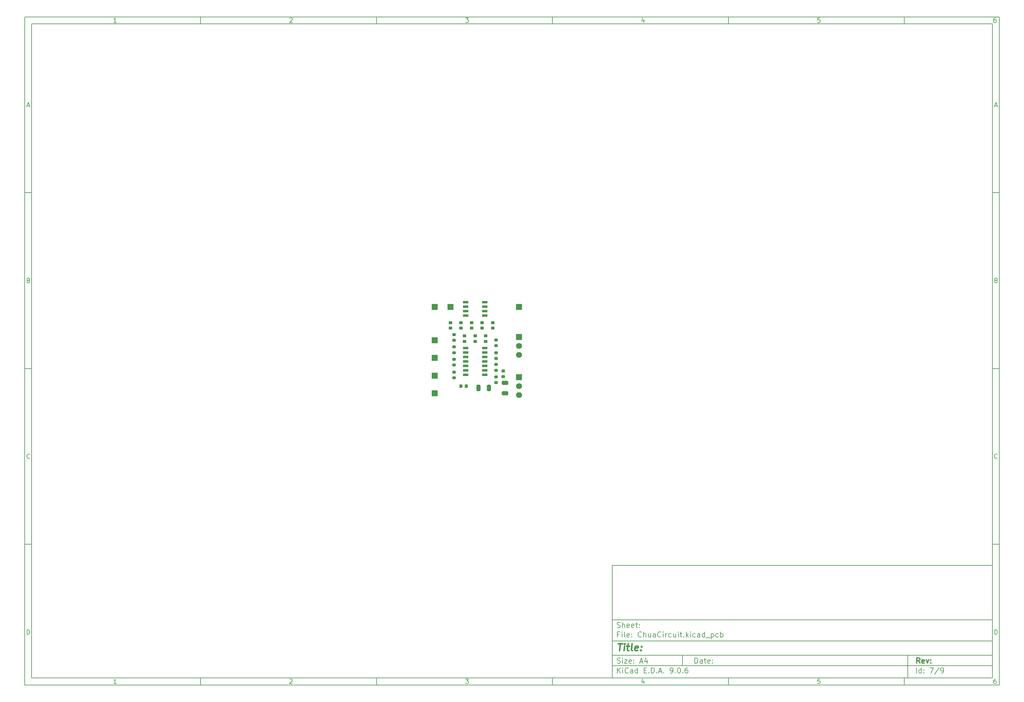
<source format=gts>
%TF.GenerationSoftware,KiCad,Pcbnew,9.0.6*%
%TF.CreationDate,2025-11-23T22:05:43-07:00*%
%TF.ProjectId,ChuaCircuit,43687561-4369-4726-9375-69742e6b6963,rev?*%
%TF.SameCoordinates,Original*%
%TF.FileFunction,Soldermask,Top*%
%TF.FilePolarity,Negative*%
%FSLAX46Y46*%
G04 Gerber Fmt 4.6, Leading zero omitted, Abs format (unit mm)*
G04 Created by KiCad (PCBNEW 9.0.6) date 2025-11-23 22:05:43*
%MOMM*%
%LPD*%
G01*
G04 APERTURE LIST*
G04 Aperture macros list*
%AMRoundRect*
0 Rectangle with rounded corners*
0 $1 Rounding radius*
0 $2 $3 $4 $5 $6 $7 $8 $9 X,Y pos of 4 corners*
0 Add a 4 corners polygon primitive as box body*
4,1,4,$2,$3,$4,$5,$6,$7,$8,$9,$2,$3,0*
0 Add four circle primitives for the rounded corners*
1,1,$1+$1,$2,$3*
1,1,$1+$1,$4,$5*
1,1,$1+$1,$6,$7*
1,1,$1+$1,$8,$9*
0 Add four rect primitives between the rounded corners*
20,1,$1+$1,$2,$3,$4,$5,0*
20,1,$1+$1,$4,$5,$6,$7,0*
20,1,$1+$1,$6,$7,$8,$9,0*
20,1,$1+$1,$8,$9,$2,$3,0*%
G04 Aperture macros list end*
%ADD10C,0.100000*%
%ADD11C,0.150000*%
%ADD12C,0.300000*%
%ADD13C,0.400000*%
%ADD14R,1.525000X0.650000*%
%ADD15R,1.700000X1.700000*%
%ADD16R,1.525000X0.700000*%
%ADD17RoundRect,0.225000X0.250000X-0.225000X0.250000X0.225000X-0.250000X0.225000X-0.250000X-0.225000X0*%
%ADD18RoundRect,0.200000X-0.275000X0.200000X-0.275000X-0.200000X0.275000X-0.200000X0.275000X0.200000X0*%
%ADD19RoundRect,0.200000X0.275000X-0.200000X0.275000X0.200000X-0.275000X0.200000X-0.275000X-0.200000X0*%
%ADD20RoundRect,0.250000X-0.325000X-0.650000X0.325000X-0.650000X0.325000X0.650000X-0.325000X0.650000X0*%
%ADD21C,1.700000*%
%ADD22RoundRect,0.225000X-0.225000X-0.250000X0.225000X-0.250000X0.225000X0.250000X-0.225000X0.250000X0*%
%ADD23RoundRect,0.250000X0.650000X-0.325000X0.650000X0.325000X-0.650000X0.325000X-0.650000X-0.325000X0*%
G04 APERTURE END LIST*
D10*
D11*
X177002200Y-166007200D02*
X285002200Y-166007200D01*
X285002200Y-198007200D01*
X177002200Y-198007200D01*
X177002200Y-166007200D01*
D10*
D11*
X10000000Y-10000000D02*
X287002200Y-10000000D01*
X287002200Y-200007200D01*
X10000000Y-200007200D01*
X10000000Y-10000000D01*
D10*
D11*
X12000000Y-12000000D02*
X285002200Y-12000000D01*
X285002200Y-198007200D01*
X12000000Y-198007200D01*
X12000000Y-12000000D01*
D10*
D11*
X60000000Y-12000000D02*
X60000000Y-10000000D01*
D10*
D11*
X110000000Y-12000000D02*
X110000000Y-10000000D01*
D10*
D11*
X160000000Y-12000000D02*
X160000000Y-10000000D01*
D10*
D11*
X210000000Y-12000000D02*
X210000000Y-10000000D01*
D10*
D11*
X260000000Y-12000000D02*
X260000000Y-10000000D01*
D10*
D11*
X36089160Y-11593604D02*
X35346303Y-11593604D01*
X35717731Y-11593604D02*
X35717731Y-10293604D01*
X35717731Y-10293604D02*
X35593922Y-10479319D01*
X35593922Y-10479319D02*
X35470112Y-10603128D01*
X35470112Y-10603128D02*
X35346303Y-10665033D01*
D10*
D11*
X85346303Y-10417414D02*
X85408207Y-10355509D01*
X85408207Y-10355509D02*
X85532017Y-10293604D01*
X85532017Y-10293604D02*
X85841541Y-10293604D01*
X85841541Y-10293604D02*
X85965350Y-10355509D01*
X85965350Y-10355509D02*
X86027255Y-10417414D01*
X86027255Y-10417414D02*
X86089160Y-10541223D01*
X86089160Y-10541223D02*
X86089160Y-10665033D01*
X86089160Y-10665033D02*
X86027255Y-10850747D01*
X86027255Y-10850747D02*
X85284398Y-11593604D01*
X85284398Y-11593604D02*
X86089160Y-11593604D01*
D10*
D11*
X135284398Y-10293604D02*
X136089160Y-10293604D01*
X136089160Y-10293604D02*
X135655826Y-10788842D01*
X135655826Y-10788842D02*
X135841541Y-10788842D01*
X135841541Y-10788842D02*
X135965350Y-10850747D01*
X135965350Y-10850747D02*
X136027255Y-10912652D01*
X136027255Y-10912652D02*
X136089160Y-11036461D01*
X136089160Y-11036461D02*
X136089160Y-11345985D01*
X136089160Y-11345985D02*
X136027255Y-11469795D01*
X136027255Y-11469795D02*
X135965350Y-11531700D01*
X135965350Y-11531700D02*
X135841541Y-11593604D01*
X135841541Y-11593604D02*
X135470112Y-11593604D01*
X135470112Y-11593604D02*
X135346303Y-11531700D01*
X135346303Y-11531700D02*
X135284398Y-11469795D01*
D10*
D11*
X185965350Y-10726938D02*
X185965350Y-11593604D01*
X185655826Y-10231700D02*
X185346303Y-11160271D01*
X185346303Y-11160271D02*
X186151064Y-11160271D01*
D10*
D11*
X236027255Y-10293604D02*
X235408207Y-10293604D01*
X235408207Y-10293604D02*
X235346303Y-10912652D01*
X235346303Y-10912652D02*
X235408207Y-10850747D01*
X235408207Y-10850747D02*
X235532017Y-10788842D01*
X235532017Y-10788842D02*
X235841541Y-10788842D01*
X235841541Y-10788842D02*
X235965350Y-10850747D01*
X235965350Y-10850747D02*
X236027255Y-10912652D01*
X236027255Y-10912652D02*
X236089160Y-11036461D01*
X236089160Y-11036461D02*
X236089160Y-11345985D01*
X236089160Y-11345985D02*
X236027255Y-11469795D01*
X236027255Y-11469795D02*
X235965350Y-11531700D01*
X235965350Y-11531700D02*
X235841541Y-11593604D01*
X235841541Y-11593604D02*
X235532017Y-11593604D01*
X235532017Y-11593604D02*
X235408207Y-11531700D01*
X235408207Y-11531700D02*
X235346303Y-11469795D01*
D10*
D11*
X285965350Y-10293604D02*
X285717731Y-10293604D01*
X285717731Y-10293604D02*
X285593922Y-10355509D01*
X285593922Y-10355509D02*
X285532017Y-10417414D01*
X285532017Y-10417414D02*
X285408207Y-10603128D01*
X285408207Y-10603128D02*
X285346303Y-10850747D01*
X285346303Y-10850747D02*
X285346303Y-11345985D01*
X285346303Y-11345985D02*
X285408207Y-11469795D01*
X285408207Y-11469795D02*
X285470112Y-11531700D01*
X285470112Y-11531700D02*
X285593922Y-11593604D01*
X285593922Y-11593604D02*
X285841541Y-11593604D01*
X285841541Y-11593604D02*
X285965350Y-11531700D01*
X285965350Y-11531700D02*
X286027255Y-11469795D01*
X286027255Y-11469795D02*
X286089160Y-11345985D01*
X286089160Y-11345985D02*
X286089160Y-11036461D01*
X286089160Y-11036461D02*
X286027255Y-10912652D01*
X286027255Y-10912652D02*
X285965350Y-10850747D01*
X285965350Y-10850747D02*
X285841541Y-10788842D01*
X285841541Y-10788842D02*
X285593922Y-10788842D01*
X285593922Y-10788842D02*
X285470112Y-10850747D01*
X285470112Y-10850747D02*
X285408207Y-10912652D01*
X285408207Y-10912652D02*
X285346303Y-11036461D01*
D10*
D11*
X60000000Y-198007200D02*
X60000000Y-200007200D01*
D10*
D11*
X110000000Y-198007200D02*
X110000000Y-200007200D01*
D10*
D11*
X160000000Y-198007200D02*
X160000000Y-200007200D01*
D10*
D11*
X210000000Y-198007200D02*
X210000000Y-200007200D01*
D10*
D11*
X260000000Y-198007200D02*
X260000000Y-200007200D01*
D10*
D11*
X36089160Y-199600804D02*
X35346303Y-199600804D01*
X35717731Y-199600804D02*
X35717731Y-198300804D01*
X35717731Y-198300804D02*
X35593922Y-198486519D01*
X35593922Y-198486519D02*
X35470112Y-198610328D01*
X35470112Y-198610328D02*
X35346303Y-198672233D01*
D10*
D11*
X85346303Y-198424614D02*
X85408207Y-198362709D01*
X85408207Y-198362709D02*
X85532017Y-198300804D01*
X85532017Y-198300804D02*
X85841541Y-198300804D01*
X85841541Y-198300804D02*
X85965350Y-198362709D01*
X85965350Y-198362709D02*
X86027255Y-198424614D01*
X86027255Y-198424614D02*
X86089160Y-198548423D01*
X86089160Y-198548423D02*
X86089160Y-198672233D01*
X86089160Y-198672233D02*
X86027255Y-198857947D01*
X86027255Y-198857947D02*
X85284398Y-199600804D01*
X85284398Y-199600804D02*
X86089160Y-199600804D01*
D10*
D11*
X135284398Y-198300804D02*
X136089160Y-198300804D01*
X136089160Y-198300804D02*
X135655826Y-198796042D01*
X135655826Y-198796042D02*
X135841541Y-198796042D01*
X135841541Y-198796042D02*
X135965350Y-198857947D01*
X135965350Y-198857947D02*
X136027255Y-198919852D01*
X136027255Y-198919852D02*
X136089160Y-199043661D01*
X136089160Y-199043661D02*
X136089160Y-199353185D01*
X136089160Y-199353185D02*
X136027255Y-199476995D01*
X136027255Y-199476995D02*
X135965350Y-199538900D01*
X135965350Y-199538900D02*
X135841541Y-199600804D01*
X135841541Y-199600804D02*
X135470112Y-199600804D01*
X135470112Y-199600804D02*
X135346303Y-199538900D01*
X135346303Y-199538900D02*
X135284398Y-199476995D01*
D10*
D11*
X185965350Y-198734138D02*
X185965350Y-199600804D01*
X185655826Y-198238900D02*
X185346303Y-199167471D01*
X185346303Y-199167471D02*
X186151064Y-199167471D01*
D10*
D11*
X236027255Y-198300804D02*
X235408207Y-198300804D01*
X235408207Y-198300804D02*
X235346303Y-198919852D01*
X235346303Y-198919852D02*
X235408207Y-198857947D01*
X235408207Y-198857947D02*
X235532017Y-198796042D01*
X235532017Y-198796042D02*
X235841541Y-198796042D01*
X235841541Y-198796042D02*
X235965350Y-198857947D01*
X235965350Y-198857947D02*
X236027255Y-198919852D01*
X236027255Y-198919852D02*
X236089160Y-199043661D01*
X236089160Y-199043661D02*
X236089160Y-199353185D01*
X236089160Y-199353185D02*
X236027255Y-199476995D01*
X236027255Y-199476995D02*
X235965350Y-199538900D01*
X235965350Y-199538900D02*
X235841541Y-199600804D01*
X235841541Y-199600804D02*
X235532017Y-199600804D01*
X235532017Y-199600804D02*
X235408207Y-199538900D01*
X235408207Y-199538900D02*
X235346303Y-199476995D01*
D10*
D11*
X285965350Y-198300804D02*
X285717731Y-198300804D01*
X285717731Y-198300804D02*
X285593922Y-198362709D01*
X285593922Y-198362709D02*
X285532017Y-198424614D01*
X285532017Y-198424614D02*
X285408207Y-198610328D01*
X285408207Y-198610328D02*
X285346303Y-198857947D01*
X285346303Y-198857947D02*
X285346303Y-199353185D01*
X285346303Y-199353185D02*
X285408207Y-199476995D01*
X285408207Y-199476995D02*
X285470112Y-199538900D01*
X285470112Y-199538900D02*
X285593922Y-199600804D01*
X285593922Y-199600804D02*
X285841541Y-199600804D01*
X285841541Y-199600804D02*
X285965350Y-199538900D01*
X285965350Y-199538900D02*
X286027255Y-199476995D01*
X286027255Y-199476995D02*
X286089160Y-199353185D01*
X286089160Y-199353185D02*
X286089160Y-199043661D01*
X286089160Y-199043661D02*
X286027255Y-198919852D01*
X286027255Y-198919852D02*
X285965350Y-198857947D01*
X285965350Y-198857947D02*
X285841541Y-198796042D01*
X285841541Y-198796042D02*
X285593922Y-198796042D01*
X285593922Y-198796042D02*
X285470112Y-198857947D01*
X285470112Y-198857947D02*
X285408207Y-198919852D01*
X285408207Y-198919852D02*
X285346303Y-199043661D01*
D10*
D11*
X10000000Y-60000000D02*
X12000000Y-60000000D01*
D10*
D11*
X10000000Y-110000000D02*
X12000000Y-110000000D01*
D10*
D11*
X10000000Y-160000000D02*
X12000000Y-160000000D01*
D10*
D11*
X10690476Y-35222176D02*
X11309523Y-35222176D01*
X10566666Y-35593604D02*
X10999999Y-34293604D01*
X10999999Y-34293604D02*
X11433333Y-35593604D01*
D10*
D11*
X11092857Y-84912652D02*
X11278571Y-84974557D01*
X11278571Y-84974557D02*
X11340476Y-85036461D01*
X11340476Y-85036461D02*
X11402380Y-85160271D01*
X11402380Y-85160271D02*
X11402380Y-85345985D01*
X11402380Y-85345985D02*
X11340476Y-85469795D01*
X11340476Y-85469795D02*
X11278571Y-85531700D01*
X11278571Y-85531700D02*
X11154761Y-85593604D01*
X11154761Y-85593604D02*
X10659523Y-85593604D01*
X10659523Y-85593604D02*
X10659523Y-84293604D01*
X10659523Y-84293604D02*
X11092857Y-84293604D01*
X11092857Y-84293604D02*
X11216666Y-84355509D01*
X11216666Y-84355509D02*
X11278571Y-84417414D01*
X11278571Y-84417414D02*
X11340476Y-84541223D01*
X11340476Y-84541223D02*
X11340476Y-84665033D01*
X11340476Y-84665033D02*
X11278571Y-84788842D01*
X11278571Y-84788842D02*
X11216666Y-84850747D01*
X11216666Y-84850747D02*
X11092857Y-84912652D01*
X11092857Y-84912652D02*
X10659523Y-84912652D01*
D10*
D11*
X11402380Y-135469795D02*
X11340476Y-135531700D01*
X11340476Y-135531700D02*
X11154761Y-135593604D01*
X11154761Y-135593604D02*
X11030952Y-135593604D01*
X11030952Y-135593604D02*
X10845238Y-135531700D01*
X10845238Y-135531700D02*
X10721428Y-135407890D01*
X10721428Y-135407890D02*
X10659523Y-135284080D01*
X10659523Y-135284080D02*
X10597619Y-135036461D01*
X10597619Y-135036461D02*
X10597619Y-134850747D01*
X10597619Y-134850747D02*
X10659523Y-134603128D01*
X10659523Y-134603128D02*
X10721428Y-134479319D01*
X10721428Y-134479319D02*
X10845238Y-134355509D01*
X10845238Y-134355509D02*
X11030952Y-134293604D01*
X11030952Y-134293604D02*
X11154761Y-134293604D01*
X11154761Y-134293604D02*
X11340476Y-134355509D01*
X11340476Y-134355509D02*
X11402380Y-134417414D01*
D10*
D11*
X10659523Y-185593604D02*
X10659523Y-184293604D01*
X10659523Y-184293604D02*
X10969047Y-184293604D01*
X10969047Y-184293604D02*
X11154761Y-184355509D01*
X11154761Y-184355509D02*
X11278571Y-184479319D01*
X11278571Y-184479319D02*
X11340476Y-184603128D01*
X11340476Y-184603128D02*
X11402380Y-184850747D01*
X11402380Y-184850747D02*
X11402380Y-185036461D01*
X11402380Y-185036461D02*
X11340476Y-185284080D01*
X11340476Y-185284080D02*
X11278571Y-185407890D01*
X11278571Y-185407890D02*
X11154761Y-185531700D01*
X11154761Y-185531700D02*
X10969047Y-185593604D01*
X10969047Y-185593604D02*
X10659523Y-185593604D01*
D10*
D11*
X287002200Y-60000000D02*
X285002200Y-60000000D01*
D10*
D11*
X287002200Y-110000000D02*
X285002200Y-110000000D01*
D10*
D11*
X287002200Y-160000000D02*
X285002200Y-160000000D01*
D10*
D11*
X285692676Y-35222176D02*
X286311723Y-35222176D01*
X285568866Y-35593604D02*
X286002199Y-34293604D01*
X286002199Y-34293604D02*
X286435533Y-35593604D01*
D10*
D11*
X286095057Y-84912652D02*
X286280771Y-84974557D01*
X286280771Y-84974557D02*
X286342676Y-85036461D01*
X286342676Y-85036461D02*
X286404580Y-85160271D01*
X286404580Y-85160271D02*
X286404580Y-85345985D01*
X286404580Y-85345985D02*
X286342676Y-85469795D01*
X286342676Y-85469795D02*
X286280771Y-85531700D01*
X286280771Y-85531700D02*
X286156961Y-85593604D01*
X286156961Y-85593604D02*
X285661723Y-85593604D01*
X285661723Y-85593604D02*
X285661723Y-84293604D01*
X285661723Y-84293604D02*
X286095057Y-84293604D01*
X286095057Y-84293604D02*
X286218866Y-84355509D01*
X286218866Y-84355509D02*
X286280771Y-84417414D01*
X286280771Y-84417414D02*
X286342676Y-84541223D01*
X286342676Y-84541223D02*
X286342676Y-84665033D01*
X286342676Y-84665033D02*
X286280771Y-84788842D01*
X286280771Y-84788842D02*
X286218866Y-84850747D01*
X286218866Y-84850747D02*
X286095057Y-84912652D01*
X286095057Y-84912652D02*
X285661723Y-84912652D01*
D10*
D11*
X286404580Y-135469795D02*
X286342676Y-135531700D01*
X286342676Y-135531700D02*
X286156961Y-135593604D01*
X286156961Y-135593604D02*
X286033152Y-135593604D01*
X286033152Y-135593604D02*
X285847438Y-135531700D01*
X285847438Y-135531700D02*
X285723628Y-135407890D01*
X285723628Y-135407890D02*
X285661723Y-135284080D01*
X285661723Y-135284080D02*
X285599819Y-135036461D01*
X285599819Y-135036461D02*
X285599819Y-134850747D01*
X285599819Y-134850747D02*
X285661723Y-134603128D01*
X285661723Y-134603128D02*
X285723628Y-134479319D01*
X285723628Y-134479319D02*
X285847438Y-134355509D01*
X285847438Y-134355509D02*
X286033152Y-134293604D01*
X286033152Y-134293604D02*
X286156961Y-134293604D01*
X286156961Y-134293604D02*
X286342676Y-134355509D01*
X286342676Y-134355509D02*
X286404580Y-134417414D01*
D10*
D11*
X285661723Y-185593604D02*
X285661723Y-184293604D01*
X285661723Y-184293604D02*
X285971247Y-184293604D01*
X285971247Y-184293604D02*
X286156961Y-184355509D01*
X286156961Y-184355509D02*
X286280771Y-184479319D01*
X286280771Y-184479319D02*
X286342676Y-184603128D01*
X286342676Y-184603128D02*
X286404580Y-184850747D01*
X286404580Y-184850747D02*
X286404580Y-185036461D01*
X286404580Y-185036461D02*
X286342676Y-185284080D01*
X286342676Y-185284080D02*
X286280771Y-185407890D01*
X286280771Y-185407890D02*
X286156961Y-185531700D01*
X286156961Y-185531700D02*
X285971247Y-185593604D01*
X285971247Y-185593604D02*
X285661723Y-185593604D01*
D10*
D11*
X200458026Y-193793328D02*
X200458026Y-192293328D01*
X200458026Y-192293328D02*
X200815169Y-192293328D01*
X200815169Y-192293328D02*
X201029455Y-192364757D01*
X201029455Y-192364757D02*
X201172312Y-192507614D01*
X201172312Y-192507614D02*
X201243741Y-192650471D01*
X201243741Y-192650471D02*
X201315169Y-192936185D01*
X201315169Y-192936185D02*
X201315169Y-193150471D01*
X201315169Y-193150471D02*
X201243741Y-193436185D01*
X201243741Y-193436185D02*
X201172312Y-193579042D01*
X201172312Y-193579042D02*
X201029455Y-193721900D01*
X201029455Y-193721900D02*
X200815169Y-193793328D01*
X200815169Y-193793328D02*
X200458026Y-193793328D01*
X202600884Y-193793328D02*
X202600884Y-193007614D01*
X202600884Y-193007614D02*
X202529455Y-192864757D01*
X202529455Y-192864757D02*
X202386598Y-192793328D01*
X202386598Y-192793328D02*
X202100884Y-192793328D01*
X202100884Y-192793328D02*
X201958026Y-192864757D01*
X202600884Y-193721900D02*
X202458026Y-193793328D01*
X202458026Y-193793328D02*
X202100884Y-193793328D01*
X202100884Y-193793328D02*
X201958026Y-193721900D01*
X201958026Y-193721900D02*
X201886598Y-193579042D01*
X201886598Y-193579042D02*
X201886598Y-193436185D01*
X201886598Y-193436185D02*
X201958026Y-193293328D01*
X201958026Y-193293328D02*
X202100884Y-193221900D01*
X202100884Y-193221900D02*
X202458026Y-193221900D01*
X202458026Y-193221900D02*
X202600884Y-193150471D01*
X203100884Y-192793328D02*
X203672312Y-192793328D01*
X203315169Y-192293328D02*
X203315169Y-193579042D01*
X203315169Y-193579042D02*
X203386598Y-193721900D01*
X203386598Y-193721900D02*
X203529455Y-193793328D01*
X203529455Y-193793328D02*
X203672312Y-193793328D01*
X204743741Y-193721900D02*
X204600884Y-193793328D01*
X204600884Y-193793328D02*
X204315170Y-193793328D01*
X204315170Y-193793328D02*
X204172312Y-193721900D01*
X204172312Y-193721900D02*
X204100884Y-193579042D01*
X204100884Y-193579042D02*
X204100884Y-193007614D01*
X204100884Y-193007614D02*
X204172312Y-192864757D01*
X204172312Y-192864757D02*
X204315170Y-192793328D01*
X204315170Y-192793328D02*
X204600884Y-192793328D01*
X204600884Y-192793328D02*
X204743741Y-192864757D01*
X204743741Y-192864757D02*
X204815170Y-193007614D01*
X204815170Y-193007614D02*
X204815170Y-193150471D01*
X204815170Y-193150471D02*
X204100884Y-193293328D01*
X205458026Y-193650471D02*
X205529455Y-193721900D01*
X205529455Y-193721900D02*
X205458026Y-193793328D01*
X205458026Y-193793328D02*
X205386598Y-193721900D01*
X205386598Y-193721900D02*
X205458026Y-193650471D01*
X205458026Y-193650471D02*
X205458026Y-193793328D01*
X205458026Y-192864757D02*
X205529455Y-192936185D01*
X205529455Y-192936185D02*
X205458026Y-193007614D01*
X205458026Y-193007614D02*
X205386598Y-192936185D01*
X205386598Y-192936185D02*
X205458026Y-192864757D01*
X205458026Y-192864757D02*
X205458026Y-193007614D01*
D10*
D11*
X177002200Y-194507200D02*
X285002200Y-194507200D01*
D10*
D11*
X178458026Y-196593328D02*
X178458026Y-195093328D01*
X179315169Y-196593328D02*
X178672312Y-195736185D01*
X179315169Y-195093328D02*
X178458026Y-195950471D01*
X179958026Y-196593328D02*
X179958026Y-195593328D01*
X179958026Y-195093328D02*
X179886598Y-195164757D01*
X179886598Y-195164757D02*
X179958026Y-195236185D01*
X179958026Y-195236185D02*
X180029455Y-195164757D01*
X180029455Y-195164757D02*
X179958026Y-195093328D01*
X179958026Y-195093328D02*
X179958026Y-195236185D01*
X181529455Y-196450471D02*
X181458027Y-196521900D01*
X181458027Y-196521900D02*
X181243741Y-196593328D01*
X181243741Y-196593328D02*
X181100884Y-196593328D01*
X181100884Y-196593328D02*
X180886598Y-196521900D01*
X180886598Y-196521900D02*
X180743741Y-196379042D01*
X180743741Y-196379042D02*
X180672312Y-196236185D01*
X180672312Y-196236185D02*
X180600884Y-195950471D01*
X180600884Y-195950471D02*
X180600884Y-195736185D01*
X180600884Y-195736185D02*
X180672312Y-195450471D01*
X180672312Y-195450471D02*
X180743741Y-195307614D01*
X180743741Y-195307614D02*
X180886598Y-195164757D01*
X180886598Y-195164757D02*
X181100884Y-195093328D01*
X181100884Y-195093328D02*
X181243741Y-195093328D01*
X181243741Y-195093328D02*
X181458027Y-195164757D01*
X181458027Y-195164757D02*
X181529455Y-195236185D01*
X182815170Y-196593328D02*
X182815170Y-195807614D01*
X182815170Y-195807614D02*
X182743741Y-195664757D01*
X182743741Y-195664757D02*
X182600884Y-195593328D01*
X182600884Y-195593328D02*
X182315170Y-195593328D01*
X182315170Y-195593328D02*
X182172312Y-195664757D01*
X182815170Y-196521900D02*
X182672312Y-196593328D01*
X182672312Y-196593328D02*
X182315170Y-196593328D01*
X182315170Y-196593328D02*
X182172312Y-196521900D01*
X182172312Y-196521900D02*
X182100884Y-196379042D01*
X182100884Y-196379042D02*
X182100884Y-196236185D01*
X182100884Y-196236185D02*
X182172312Y-196093328D01*
X182172312Y-196093328D02*
X182315170Y-196021900D01*
X182315170Y-196021900D02*
X182672312Y-196021900D01*
X182672312Y-196021900D02*
X182815170Y-195950471D01*
X184172313Y-196593328D02*
X184172313Y-195093328D01*
X184172313Y-196521900D02*
X184029455Y-196593328D01*
X184029455Y-196593328D02*
X183743741Y-196593328D01*
X183743741Y-196593328D02*
X183600884Y-196521900D01*
X183600884Y-196521900D02*
X183529455Y-196450471D01*
X183529455Y-196450471D02*
X183458027Y-196307614D01*
X183458027Y-196307614D02*
X183458027Y-195879042D01*
X183458027Y-195879042D02*
X183529455Y-195736185D01*
X183529455Y-195736185D02*
X183600884Y-195664757D01*
X183600884Y-195664757D02*
X183743741Y-195593328D01*
X183743741Y-195593328D02*
X184029455Y-195593328D01*
X184029455Y-195593328D02*
X184172313Y-195664757D01*
X186029455Y-195807614D02*
X186529455Y-195807614D01*
X186743741Y-196593328D02*
X186029455Y-196593328D01*
X186029455Y-196593328D02*
X186029455Y-195093328D01*
X186029455Y-195093328D02*
X186743741Y-195093328D01*
X187386598Y-196450471D02*
X187458027Y-196521900D01*
X187458027Y-196521900D02*
X187386598Y-196593328D01*
X187386598Y-196593328D02*
X187315170Y-196521900D01*
X187315170Y-196521900D02*
X187386598Y-196450471D01*
X187386598Y-196450471D02*
X187386598Y-196593328D01*
X188100884Y-196593328D02*
X188100884Y-195093328D01*
X188100884Y-195093328D02*
X188458027Y-195093328D01*
X188458027Y-195093328D02*
X188672313Y-195164757D01*
X188672313Y-195164757D02*
X188815170Y-195307614D01*
X188815170Y-195307614D02*
X188886599Y-195450471D01*
X188886599Y-195450471D02*
X188958027Y-195736185D01*
X188958027Y-195736185D02*
X188958027Y-195950471D01*
X188958027Y-195950471D02*
X188886599Y-196236185D01*
X188886599Y-196236185D02*
X188815170Y-196379042D01*
X188815170Y-196379042D02*
X188672313Y-196521900D01*
X188672313Y-196521900D02*
X188458027Y-196593328D01*
X188458027Y-196593328D02*
X188100884Y-196593328D01*
X189600884Y-196450471D02*
X189672313Y-196521900D01*
X189672313Y-196521900D02*
X189600884Y-196593328D01*
X189600884Y-196593328D02*
X189529456Y-196521900D01*
X189529456Y-196521900D02*
X189600884Y-196450471D01*
X189600884Y-196450471D02*
X189600884Y-196593328D01*
X190243742Y-196164757D02*
X190958028Y-196164757D01*
X190100885Y-196593328D02*
X190600885Y-195093328D01*
X190600885Y-195093328D02*
X191100885Y-196593328D01*
X191600884Y-196450471D02*
X191672313Y-196521900D01*
X191672313Y-196521900D02*
X191600884Y-196593328D01*
X191600884Y-196593328D02*
X191529456Y-196521900D01*
X191529456Y-196521900D02*
X191600884Y-196450471D01*
X191600884Y-196450471D02*
X191600884Y-196593328D01*
X193529456Y-196593328D02*
X193815170Y-196593328D01*
X193815170Y-196593328D02*
X193958027Y-196521900D01*
X193958027Y-196521900D02*
X194029456Y-196450471D01*
X194029456Y-196450471D02*
X194172313Y-196236185D01*
X194172313Y-196236185D02*
X194243742Y-195950471D01*
X194243742Y-195950471D02*
X194243742Y-195379042D01*
X194243742Y-195379042D02*
X194172313Y-195236185D01*
X194172313Y-195236185D02*
X194100885Y-195164757D01*
X194100885Y-195164757D02*
X193958027Y-195093328D01*
X193958027Y-195093328D02*
X193672313Y-195093328D01*
X193672313Y-195093328D02*
X193529456Y-195164757D01*
X193529456Y-195164757D02*
X193458027Y-195236185D01*
X193458027Y-195236185D02*
X193386599Y-195379042D01*
X193386599Y-195379042D02*
X193386599Y-195736185D01*
X193386599Y-195736185D02*
X193458027Y-195879042D01*
X193458027Y-195879042D02*
X193529456Y-195950471D01*
X193529456Y-195950471D02*
X193672313Y-196021900D01*
X193672313Y-196021900D02*
X193958027Y-196021900D01*
X193958027Y-196021900D02*
X194100885Y-195950471D01*
X194100885Y-195950471D02*
X194172313Y-195879042D01*
X194172313Y-195879042D02*
X194243742Y-195736185D01*
X194886598Y-196450471D02*
X194958027Y-196521900D01*
X194958027Y-196521900D02*
X194886598Y-196593328D01*
X194886598Y-196593328D02*
X194815170Y-196521900D01*
X194815170Y-196521900D02*
X194886598Y-196450471D01*
X194886598Y-196450471D02*
X194886598Y-196593328D01*
X195886599Y-195093328D02*
X196029456Y-195093328D01*
X196029456Y-195093328D02*
X196172313Y-195164757D01*
X196172313Y-195164757D02*
X196243742Y-195236185D01*
X196243742Y-195236185D02*
X196315170Y-195379042D01*
X196315170Y-195379042D02*
X196386599Y-195664757D01*
X196386599Y-195664757D02*
X196386599Y-196021900D01*
X196386599Y-196021900D02*
X196315170Y-196307614D01*
X196315170Y-196307614D02*
X196243742Y-196450471D01*
X196243742Y-196450471D02*
X196172313Y-196521900D01*
X196172313Y-196521900D02*
X196029456Y-196593328D01*
X196029456Y-196593328D02*
X195886599Y-196593328D01*
X195886599Y-196593328D02*
X195743742Y-196521900D01*
X195743742Y-196521900D02*
X195672313Y-196450471D01*
X195672313Y-196450471D02*
X195600884Y-196307614D01*
X195600884Y-196307614D02*
X195529456Y-196021900D01*
X195529456Y-196021900D02*
X195529456Y-195664757D01*
X195529456Y-195664757D02*
X195600884Y-195379042D01*
X195600884Y-195379042D02*
X195672313Y-195236185D01*
X195672313Y-195236185D02*
X195743742Y-195164757D01*
X195743742Y-195164757D02*
X195886599Y-195093328D01*
X197029455Y-196450471D02*
X197100884Y-196521900D01*
X197100884Y-196521900D02*
X197029455Y-196593328D01*
X197029455Y-196593328D02*
X196958027Y-196521900D01*
X196958027Y-196521900D02*
X197029455Y-196450471D01*
X197029455Y-196450471D02*
X197029455Y-196593328D01*
X198386599Y-195093328D02*
X198100884Y-195093328D01*
X198100884Y-195093328D02*
X197958027Y-195164757D01*
X197958027Y-195164757D02*
X197886599Y-195236185D01*
X197886599Y-195236185D02*
X197743741Y-195450471D01*
X197743741Y-195450471D02*
X197672313Y-195736185D01*
X197672313Y-195736185D02*
X197672313Y-196307614D01*
X197672313Y-196307614D02*
X197743741Y-196450471D01*
X197743741Y-196450471D02*
X197815170Y-196521900D01*
X197815170Y-196521900D02*
X197958027Y-196593328D01*
X197958027Y-196593328D02*
X198243741Y-196593328D01*
X198243741Y-196593328D02*
X198386599Y-196521900D01*
X198386599Y-196521900D02*
X198458027Y-196450471D01*
X198458027Y-196450471D02*
X198529456Y-196307614D01*
X198529456Y-196307614D02*
X198529456Y-195950471D01*
X198529456Y-195950471D02*
X198458027Y-195807614D01*
X198458027Y-195807614D02*
X198386599Y-195736185D01*
X198386599Y-195736185D02*
X198243741Y-195664757D01*
X198243741Y-195664757D02*
X197958027Y-195664757D01*
X197958027Y-195664757D02*
X197815170Y-195736185D01*
X197815170Y-195736185D02*
X197743741Y-195807614D01*
X197743741Y-195807614D02*
X197672313Y-195950471D01*
D10*
D11*
X177002200Y-191507200D02*
X285002200Y-191507200D01*
D10*
D12*
X264413853Y-193785528D02*
X263913853Y-193071242D01*
X263556710Y-193785528D02*
X263556710Y-192285528D01*
X263556710Y-192285528D02*
X264128139Y-192285528D01*
X264128139Y-192285528D02*
X264270996Y-192356957D01*
X264270996Y-192356957D02*
X264342425Y-192428385D01*
X264342425Y-192428385D02*
X264413853Y-192571242D01*
X264413853Y-192571242D02*
X264413853Y-192785528D01*
X264413853Y-192785528D02*
X264342425Y-192928385D01*
X264342425Y-192928385D02*
X264270996Y-192999814D01*
X264270996Y-192999814D02*
X264128139Y-193071242D01*
X264128139Y-193071242D02*
X263556710Y-193071242D01*
X265628139Y-193714100D02*
X265485282Y-193785528D01*
X265485282Y-193785528D02*
X265199568Y-193785528D01*
X265199568Y-193785528D02*
X265056710Y-193714100D01*
X265056710Y-193714100D02*
X264985282Y-193571242D01*
X264985282Y-193571242D02*
X264985282Y-192999814D01*
X264985282Y-192999814D02*
X265056710Y-192856957D01*
X265056710Y-192856957D02*
X265199568Y-192785528D01*
X265199568Y-192785528D02*
X265485282Y-192785528D01*
X265485282Y-192785528D02*
X265628139Y-192856957D01*
X265628139Y-192856957D02*
X265699568Y-192999814D01*
X265699568Y-192999814D02*
X265699568Y-193142671D01*
X265699568Y-193142671D02*
X264985282Y-193285528D01*
X266199567Y-192785528D02*
X266556710Y-193785528D01*
X266556710Y-193785528D02*
X266913853Y-192785528D01*
X267485281Y-193642671D02*
X267556710Y-193714100D01*
X267556710Y-193714100D02*
X267485281Y-193785528D01*
X267485281Y-193785528D02*
X267413853Y-193714100D01*
X267413853Y-193714100D02*
X267485281Y-193642671D01*
X267485281Y-193642671D02*
X267485281Y-193785528D01*
X267485281Y-192856957D02*
X267556710Y-192928385D01*
X267556710Y-192928385D02*
X267485281Y-192999814D01*
X267485281Y-192999814D02*
X267413853Y-192928385D01*
X267413853Y-192928385D02*
X267485281Y-192856957D01*
X267485281Y-192856957D02*
X267485281Y-192999814D01*
D10*
D11*
X178386598Y-193721900D02*
X178600884Y-193793328D01*
X178600884Y-193793328D02*
X178958026Y-193793328D01*
X178958026Y-193793328D02*
X179100884Y-193721900D01*
X179100884Y-193721900D02*
X179172312Y-193650471D01*
X179172312Y-193650471D02*
X179243741Y-193507614D01*
X179243741Y-193507614D02*
X179243741Y-193364757D01*
X179243741Y-193364757D02*
X179172312Y-193221900D01*
X179172312Y-193221900D02*
X179100884Y-193150471D01*
X179100884Y-193150471D02*
X178958026Y-193079042D01*
X178958026Y-193079042D02*
X178672312Y-193007614D01*
X178672312Y-193007614D02*
X178529455Y-192936185D01*
X178529455Y-192936185D02*
X178458026Y-192864757D01*
X178458026Y-192864757D02*
X178386598Y-192721900D01*
X178386598Y-192721900D02*
X178386598Y-192579042D01*
X178386598Y-192579042D02*
X178458026Y-192436185D01*
X178458026Y-192436185D02*
X178529455Y-192364757D01*
X178529455Y-192364757D02*
X178672312Y-192293328D01*
X178672312Y-192293328D02*
X179029455Y-192293328D01*
X179029455Y-192293328D02*
X179243741Y-192364757D01*
X179886597Y-193793328D02*
X179886597Y-192793328D01*
X179886597Y-192293328D02*
X179815169Y-192364757D01*
X179815169Y-192364757D02*
X179886597Y-192436185D01*
X179886597Y-192436185D02*
X179958026Y-192364757D01*
X179958026Y-192364757D02*
X179886597Y-192293328D01*
X179886597Y-192293328D02*
X179886597Y-192436185D01*
X180458026Y-192793328D02*
X181243741Y-192793328D01*
X181243741Y-192793328D02*
X180458026Y-193793328D01*
X180458026Y-193793328D02*
X181243741Y-193793328D01*
X182386598Y-193721900D02*
X182243741Y-193793328D01*
X182243741Y-193793328D02*
X181958027Y-193793328D01*
X181958027Y-193793328D02*
X181815169Y-193721900D01*
X181815169Y-193721900D02*
X181743741Y-193579042D01*
X181743741Y-193579042D02*
X181743741Y-193007614D01*
X181743741Y-193007614D02*
X181815169Y-192864757D01*
X181815169Y-192864757D02*
X181958027Y-192793328D01*
X181958027Y-192793328D02*
X182243741Y-192793328D01*
X182243741Y-192793328D02*
X182386598Y-192864757D01*
X182386598Y-192864757D02*
X182458027Y-193007614D01*
X182458027Y-193007614D02*
X182458027Y-193150471D01*
X182458027Y-193150471D02*
X181743741Y-193293328D01*
X183100883Y-193650471D02*
X183172312Y-193721900D01*
X183172312Y-193721900D02*
X183100883Y-193793328D01*
X183100883Y-193793328D02*
X183029455Y-193721900D01*
X183029455Y-193721900D02*
X183100883Y-193650471D01*
X183100883Y-193650471D02*
X183100883Y-193793328D01*
X183100883Y-192864757D02*
X183172312Y-192936185D01*
X183172312Y-192936185D02*
X183100883Y-193007614D01*
X183100883Y-193007614D02*
X183029455Y-192936185D01*
X183029455Y-192936185D02*
X183100883Y-192864757D01*
X183100883Y-192864757D02*
X183100883Y-193007614D01*
X184886598Y-193364757D02*
X185600884Y-193364757D01*
X184743741Y-193793328D02*
X185243741Y-192293328D01*
X185243741Y-192293328D02*
X185743741Y-193793328D01*
X186886598Y-192793328D02*
X186886598Y-193793328D01*
X186529455Y-192221900D02*
X186172312Y-193293328D01*
X186172312Y-193293328D02*
X187100883Y-193293328D01*
D10*
D11*
X263458026Y-196593328D02*
X263458026Y-195093328D01*
X264815170Y-196593328D02*
X264815170Y-195093328D01*
X264815170Y-196521900D02*
X264672312Y-196593328D01*
X264672312Y-196593328D02*
X264386598Y-196593328D01*
X264386598Y-196593328D02*
X264243741Y-196521900D01*
X264243741Y-196521900D02*
X264172312Y-196450471D01*
X264172312Y-196450471D02*
X264100884Y-196307614D01*
X264100884Y-196307614D02*
X264100884Y-195879042D01*
X264100884Y-195879042D02*
X264172312Y-195736185D01*
X264172312Y-195736185D02*
X264243741Y-195664757D01*
X264243741Y-195664757D02*
X264386598Y-195593328D01*
X264386598Y-195593328D02*
X264672312Y-195593328D01*
X264672312Y-195593328D02*
X264815170Y-195664757D01*
X265529455Y-196450471D02*
X265600884Y-196521900D01*
X265600884Y-196521900D02*
X265529455Y-196593328D01*
X265529455Y-196593328D02*
X265458027Y-196521900D01*
X265458027Y-196521900D02*
X265529455Y-196450471D01*
X265529455Y-196450471D02*
X265529455Y-196593328D01*
X265529455Y-195664757D02*
X265600884Y-195736185D01*
X265600884Y-195736185D02*
X265529455Y-195807614D01*
X265529455Y-195807614D02*
X265458027Y-195736185D01*
X265458027Y-195736185D02*
X265529455Y-195664757D01*
X265529455Y-195664757D02*
X265529455Y-195807614D01*
X267243741Y-195093328D02*
X268243741Y-195093328D01*
X268243741Y-195093328D02*
X267600884Y-196593328D01*
X269886598Y-195021900D02*
X268600884Y-196950471D01*
X270458027Y-196593328D02*
X270743741Y-196593328D01*
X270743741Y-196593328D02*
X270886598Y-196521900D01*
X270886598Y-196521900D02*
X270958027Y-196450471D01*
X270958027Y-196450471D02*
X271100884Y-196236185D01*
X271100884Y-196236185D02*
X271172313Y-195950471D01*
X271172313Y-195950471D02*
X271172313Y-195379042D01*
X271172313Y-195379042D02*
X271100884Y-195236185D01*
X271100884Y-195236185D02*
X271029456Y-195164757D01*
X271029456Y-195164757D02*
X270886598Y-195093328D01*
X270886598Y-195093328D02*
X270600884Y-195093328D01*
X270600884Y-195093328D02*
X270458027Y-195164757D01*
X270458027Y-195164757D02*
X270386598Y-195236185D01*
X270386598Y-195236185D02*
X270315170Y-195379042D01*
X270315170Y-195379042D02*
X270315170Y-195736185D01*
X270315170Y-195736185D02*
X270386598Y-195879042D01*
X270386598Y-195879042D02*
X270458027Y-195950471D01*
X270458027Y-195950471D02*
X270600884Y-196021900D01*
X270600884Y-196021900D02*
X270886598Y-196021900D01*
X270886598Y-196021900D02*
X271029456Y-195950471D01*
X271029456Y-195950471D02*
X271100884Y-195879042D01*
X271100884Y-195879042D02*
X271172313Y-195736185D01*
D10*
D11*
X177002200Y-187507200D02*
X285002200Y-187507200D01*
D10*
D13*
X178693928Y-188211638D02*
X179836785Y-188211638D01*
X179015357Y-190211638D02*
X179265357Y-188211638D01*
X180253452Y-190211638D02*
X180420119Y-188878304D01*
X180503452Y-188211638D02*
X180396309Y-188306876D01*
X180396309Y-188306876D02*
X180479643Y-188402114D01*
X180479643Y-188402114D02*
X180586786Y-188306876D01*
X180586786Y-188306876D02*
X180503452Y-188211638D01*
X180503452Y-188211638D02*
X180479643Y-188402114D01*
X181086786Y-188878304D02*
X181848690Y-188878304D01*
X181455833Y-188211638D02*
X181241548Y-189925923D01*
X181241548Y-189925923D02*
X181312976Y-190116400D01*
X181312976Y-190116400D02*
X181491548Y-190211638D01*
X181491548Y-190211638D02*
X181682024Y-190211638D01*
X182634405Y-190211638D02*
X182455833Y-190116400D01*
X182455833Y-190116400D02*
X182384405Y-189925923D01*
X182384405Y-189925923D02*
X182598690Y-188211638D01*
X184170119Y-190116400D02*
X183967738Y-190211638D01*
X183967738Y-190211638D02*
X183586785Y-190211638D01*
X183586785Y-190211638D02*
X183408214Y-190116400D01*
X183408214Y-190116400D02*
X183336785Y-189925923D01*
X183336785Y-189925923D02*
X183432024Y-189164019D01*
X183432024Y-189164019D02*
X183551071Y-188973542D01*
X183551071Y-188973542D02*
X183753452Y-188878304D01*
X183753452Y-188878304D02*
X184134404Y-188878304D01*
X184134404Y-188878304D02*
X184312976Y-188973542D01*
X184312976Y-188973542D02*
X184384404Y-189164019D01*
X184384404Y-189164019D02*
X184360595Y-189354495D01*
X184360595Y-189354495D02*
X183384404Y-189544971D01*
X185134405Y-190021161D02*
X185217738Y-190116400D01*
X185217738Y-190116400D02*
X185110595Y-190211638D01*
X185110595Y-190211638D02*
X185027262Y-190116400D01*
X185027262Y-190116400D02*
X185134405Y-190021161D01*
X185134405Y-190021161D02*
X185110595Y-190211638D01*
X185265357Y-188973542D02*
X185348690Y-189068780D01*
X185348690Y-189068780D02*
X185241548Y-189164019D01*
X185241548Y-189164019D02*
X185158214Y-189068780D01*
X185158214Y-189068780D02*
X185265357Y-188973542D01*
X185265357Y-188973542D02*
X185241548Y-189164019D01*
D10*
D11*
X178958026Y-185607614D02*
X178458026Y-185607614D01*
X178458026Y-186393328D02*
X178458026Y-184893328D01*
X178458026Y-184893328D02*
X179172312Y-184893328D01*
X179743740Y-186393328D02*
X179743740Y-185393328D01*
X179743740Y-184893328D02*
X179672312Y-184964757D01*
X179672312Y-184964757D02*
X179743740Y-185036185D01*
X179743740Y-185036185D02*
X179815169Y-184964757D01*
X179815169Y-184964757D02*
X179743740Y-184893328D01*
X179743740Y-184893328D02*
X179743740Y-185036185D01*
X180672312Y-186393328D02*
X180529455Y-186321900D01*
X180529455Y-186321900D02*
X180458026Y-186179042D01*
X180458026Y-186179042D02*
X180458026Y-184893328D01*
X181815169Y-186321900D02*
X181672312Y-186393328D01*
X181672312Y-186393328D02*
X181386598Y-186393328D01*
X181386598Y-186393328D02*
X181243740Y-186321900D01*
X181243740Y-186321900D02*
X181172312Y-186179042D01*
X181172312Y-186179042D02*
X181172312Y-185607614D01*
X181172312Y-185607614D02*
X181243740Y-185464757D01*
X181243740Y-185464757D02*
X181386598Y-185393328D01*
X181386598Y-185393328D02*
X181672312Y-185393328D01*
X181672312Y-185393328D02*
X181815169Y-185464757D01*
X181815169Y-185464757D02*
X181886598Y-185607614D01*
X181886598Y-185607614D02*
X181886598Y-185750471D01*
X181886598Y-185750471D02*
X181172312Y-185893328D01*
X182529454Y-186250471D02*
X182600883Y-186321900D01*
X182600883Y-186321900D02*
X182529454Y-186393328D01*
X182529454Y-186393328D02*
X182458026Y-186321900D01*
X182458026Y-186321900D02*
X182529454Y-186250471D01*
X182529454Y-186250471D02*
X182529454Y-186393328D01*
X182529454Y-185464757D02*
X182600883Y-185536185D01*
X182600883Y-185536185D02*
X182529454Y-185607614D01*
X182529454Y-185607614D02*
X182458026Y-185536185D01*
X182458026Y-185536185D02*
X182529454Y-185464757D01*
X182529454Y-185464757D02*
X182529454Y-185607614D01*
X185243740Y-186250471D02*
X185172312Y-186321900D01*
X185172312Y-186321900D02*
X184958026Y-186393328D01*
X184958026Y-186393328D02*
X184815169Y-186393328D01*
X184815169Y-186393328D02*
X184600883Y-186321900D01*
X184600883Y-186321900D02*
X184458026Y-186179042D01*
X184458026Y-186179042D02*
X184386597Y-186036185D01*
X184386597Y-186036185D02*
X184315169Y-185750471D01*
X184315169Y-185750471D02*
X184315169Y-185536185D01*
X184315169Y-185536185D02*
X184386597Y-185250471D01*
X184386597Y-185250471D02*
X184458026Y-185107614D01*
X184458026Y-185107614D02*
X184600883Y-184964757D01*
X184600883Y-184964757D02*
X184815169Y-184893328D01*
X184815169Y-184893328D02*
X184958026Y-184893328D01*
X184958026Y-184893328D02*
X185172312Y-184964757D01*
X185172312Y-184964757D02*
X185243740Y-185036185D01*
X185886597Y-186393328D02*
X185886597Y-184893328D01*
X186529455Y-186393328D02*
X186529455Y-185607614D01*
X186529455Y-185607614D02*
X186458026Y-185464757D01*
X186458026Y-185464757D02*
X186315169Y-185393328D01*
X186315169Y-185393328D02*
X186100883Y-185393328D01*
X186100883Y-185393328D02*
X185958026Y-185464757D01*
X185958026Y-185464757D02*
X185886597Y-185536185D01*
X187886598Y-185393328D02*
X187886598Y-186393328D01*
X187243740Y-185393328D02*
X187243740Y-186179042D01*
X187243740Y-186179042D02*
X187315169Y-186321900D01*
X187315169Y-186321900D02*
X187458026Y-186393328D01*
X187458026Y-186393328D02*
X187672312Y-186393328D01*
X187672312Y-186393328D02*
X187815169Y-186321900D01*
X187815169Y-186321900D02*
X187886598Y-186250471D01*
X189243741Y-186393328D02*
X189243741Y-185607614D01*
X189243741Y-185607614D02*
X189172312Y-185464757D01*
X189172312Y-185464757D02*
X189029455Y-185393328D01*
X189029455Y-185393328D02*
X188743741Y-185393328D01*
X188743741Y-185393328D02*
X188600883Y-185464757D01*
X189243741Y-186321900D02*
X189100883Y-186393328D01*
X189100883Y-186393328D02*
X188743741Y-186393328D01*
X188743741Y-186393328D02*
X188600883Y-186321900D01*
X188600883Y-186321900D02*
X188529455Y-186179042D01*
X188529455Y-186179042D02*
X188529455Y-186036185D01*
X188529455Y-186036185D02*
X188600883Y-185893328D01*
X188600883Y-185893328D02*
X188743741Y-185821900D01*
X188743741Y-185821900D02*
X189100883Y-185821900D01*
X189100883Y-185821900D02*
X189243741Y-185750471D01*
X190815169Y-186250471D02*
X190743741Y-186321900D01*
X190743741Y-186321900D02*
X190529455Y-186393328D01*
X190529455Y-186393328D02*
X190386598Y-186393328D01*
X190386598Y-186393328D02*
X190172312Y-186321900D01*
X190172312Y-186321900D02*
X190029455Y-186179042D01*
X190029455Y-186179042D02*
X189958026Y-186036185D01*
X189958026Y-186036185D02*
X189886598Y-185750471D01*
X189886598Y-185750471D02*
X189886598Y-185536185D01*
X189886598Y-185536185D02*
X189958026Y-185250471D01*
X189958026Y-185250471D02*
X190029455Y-185107614D01*
X190029455Y-185107614D02*
X190172312Y-184964757D01*
X190172312Y-184964757D02*
X190386598Y-184893328D01*
X190386598Y-184893328D02*
X190529455Y-184893328D01*
X190529455Y-184893328D02*
X190743741Y-184964757D01*
X190743741Y-184964757D02*
X190815169Y-185036185D01*
X191458026Y-186393328D02*
X191458026Y-185393328D01*
X191458026Y-184893328D02*
X191386598Y-184964757D01*
X191386598Y-184964757D02*
X191458026Y-185036185D01*
X191458026Y-185036185D02*
X191529455Y-184964757D01*
X191529455Y-184964757D02*
X191458026Y-184893328D01*
X191458026Y-184893328D02*
X191458026Y-185036185D01*
X192172312Y-186393328D02*
X192172312Y-185393328D01*
X192172312Y-185679042D02*
X192243741Y-185536185D01*
X192243741Y-185536185D02*
X192315170Y-185464757D01*
X192315170Y-185464757D02*
X192458027Y-185393328D01*
X192458027Y-185393328D02*
X192600884Y-185393328D01*
X193743741Y-186321900D02*
X193600883Y-186393328D01*
X193600883Y-186393328D02*
X193315169Y-186393328D01*
X193315169Y-186393328D02*
X193172312Y-186321900D01*
X193172312Y-186321900D02*
X193100883Y-186250471D01*
X193100883Y-186250471D02*
X193029455Y-186107614D01*
X193029455Y-186107614D02*
X193029455Y-185679042D01*
X193029455Y-185679042D02*
X193100883Y-185536185D01*
X193100883Y-185536185D02*
X193172312Y-185464757D01*
X193172312Y-185464757D02*
X193315169Y-185393328D01*
X193315169Y-185393328D02*
X193600883Y-185393328D01*
X193600883Y-185393328D02*
X193743741Y-185464757D01*
X195029455Y-185393328D02*
X195029455Y-186393328D01*
X194386597Y-185393328D02*
X194386597Y-186179042D01*
X194386597Y-186179042D02*
X194458026Y-186321900D01*
X194458026Y-186321900D02*
X194600883Y-186393328D01*
X194600883Y-186393328D02*
X194815169Y-186393328D01*
X194815169Y-186393328D02*
X194958026Y-186321900D01*
X194958026Y-186321900D02*
X195029455Y-186250471D01*
X195743740Y-186393328D02*
X195743740Y-185393328D01*
X195743740Y-184893328D02*
X195672312Y-184964757D01*
X195672312Y-184964757D02*
X195743740Y-185036185D01*
X195743740Y-185036185D02*
X195815169Y-184964757D01*
X195815169Y-184964757D02*
X195743740Y-184893328D01*
X195743740Y-184893328D02*
X195743740Y-185036185D01*
X196243741Y-185393328D02*
X196815169Y-185393328D01*
X196458026Y-184893328D02*
X196458026Y-186179042D01*
X196458026Y-186179042D02*
X196529455Y-186321900D01*
X196529455Y-186321900D02*
X196672312Y-186393328D01*
X196672312Y-186393328D02*
X196815169Y-186393328D01*
X197315169Y-186250471D02*
X197386598Y-186321900D01*
X197386598Y-186321900D02*
X197315169Y-186393328D01*
X197315169Y-186393328D02*
X197243741Y-186321900D01*
X197243741Y-186321900D02*
X197315169Y-186250471D01*
X197315169Y-186250471D02*
X197315169Y-186393328D01*
X198029455Y-186393328D02*
X198029455Y-184893328D01*
X198172313Y-185821900D02*
X198600884Y-186393328D01*
X198600884Y-185393328D02*
X198029455Y-185964757D01*
X199243741Y-186393328D02*
X199243741Y-185393328D01*
X199243741Y-184893328D02*
X199172313Y-184964757D01*
X199172313Y-184964757D02*
X199243741Y-185036185D01*
X199243741Y-185036185D02*
X199315170Y-184964757D01*
X199315170Y-184964757D02*
X199243741Y-184893328D01*
X199243741Y-184893328D02*
X199243741Y-185036185D01*
X200600885Y-186321900D02*
X200458027Y-186393328D01*
X200458027Y-186393328D02*
X200172313Y-186393328D01*
X200172313Y-186393328D02*
X200029456Y-186321900D01*
X200029456Y-186321900D02*
X199958027Y-186250471D01*
X199958027Y-186250471D02*
X199886599Y-186107614D01*
X199886599Y-186107614D02*
X199886599Y-185679042D01*
X199886599Y-185679042D02*
X199958027Y-185536185D01*
X199958027Y-185536185D02*
X200029456Y-185464757D01*
X200029456Y-185464757D02*
X200172313Y-185393328D01*
X200172313Y-185393328D02*
X200458027Y-185393328D01*
X200458027Y-185393328D02*
X200600885Y-185464757D01*
X201886599Y-186393328D02*
X201886599Y-185607614D01*
X201886599Y-185607614D02*
X201815170Y-185464757D01*
X201815170Y-185464757D02*
X201672313Y-185393328D01*
X201672313Y-185393328D02*
X201386599Y-185393328D01*
X201386599Y-185393328D02*
X201243741Y-185464757D01*
X201886599Y-186321900D02*
X201743741Y-186393328D01*
X201743741Y-186393328D02*
X201386599Y-186393328D01*
X201386599Y-186393328D02*
X201243741Y-186321900D01*
X201243741Y-186321900D02*
X201172313Y-186179042D01*
X201172313Y-186179042D02*
X201172313Y-186036185D01*
X201172313Y-186036185D02*
X201243741Y-185893328D01*
X201243741Y-185893328D02*
X201386599Y-185821900D01*
X201386599Y-185821900D02*
X201743741Y-185821900D01*
X201743741Y-185821900D02*
X201886599Y-185750471D01*
X203243742Y-186393328D02*
X203243742Y-184893328D01*
X203243742Y-186321900D02*
X203100884Y-186393328D01*
X203100884Y-186393328D02*
X202815170Y-186393328D01*
X202815170Y-186393328D02*
X202672313Y-186321900D01*
X202672313Y-186321900D02*
X202600884Y-186250471D01*
X202600884Y-186250471D02*
X202529456Y-186107614D01*
X202529456Y-186107614D02*
X202529456Y-185679042D01*
X202529456Y-185679042D02*
X202600884Y-185536185D01*
X202600884Y-185536185D02*
X202672313Y-185464757D01*
X202672313Y-185464757D02*
X202815170Y-185393328D01*
X202815170Y-185393328D02*
X203100884Y-185393328D01*
X203100884Y-185393328D02*
X203243742Y-185464757D01*
X203600885Y-186536185D02*
X204743742Y-186536185D01*
X205100884Y-185393328D02*
X205100884Y-186893328D01*
X205100884Y-185464757D02*
X205243742Y-185393328D01*
X205243742Y-185393328D02*
X205529456Y-185393328D01*
X205529456Y-185393328D02*
X205672313Y-185464757D01*
X205672313Y-185464757D02*
X205743742Y-185536185D01*
X205743742Y-185536185D02*
X205815170Y-185679042D01*
X205815170Y-185679042D02*
X205815170Y-186107614D01*
X205815170Y-186107614D02*
X205743742Y-186250471D01*
X205743742Y-186250471D02*
X205672313Y-186321900D01*
X205672313Y-186321900D02*
X205529456Y-186393328D01*
X205529456Y-186393328D02*
X205243742Y-186393328D01*
X205243742Y-186393328D02*
X205100884Y-186321900D01*
X207100885Y-186321900D02*
X206958027Y-186393328D01*
X206958027Y-186393328D02*
X206672313Y-186393328D01*
X206672313Y-186393328D02*
X206529456Y-186321900D01*
X206529456Y-186321900D02*
X206458027Y-186250471D01*
X206458027Y-186250471D02*
X206386599Y-186107614D01*
X206386599Y-186107614D02*
X206386599Y-185679042D01*
X206386599Y-185679042D02*
X206458027Y-185536185D01*
X206458027Y-185536185D02*
X206529456Y-185464757D01*
X206529456Y-185464757D02*
X206672313Y-185393328D01*
X206672313Y-185393328D02*
X206958027Y-185393328D01*
X206958027Y-185393328D02*
X207100885Y-185464757D01*
X207743741Y-186393328D02*
X207743741Y-184893328D01*
X207743741Y-185464757D02*
X207886599Y-185393328D01*
X207886599Y-185393328D02*
X208172313Y-185393328D01*
X208172313Y-185393328D02*
X208315170Y-185464757D01*
X208315170Y-185464757D02*
X208386599Y-185536185D01*
X208386599Y-185536185D02*
X208458027Y-185679042D01*
X208458027Y-185679042D02*
X208458027Y-186107614D01*
X208458027Y-186107614D02*
X208386599Y-186250471D01*
X208386599Y-186250471D02*
X208315170Y-186321900D01*
X208315170Y-186321900D02*
X208172313Y-186393328D01*
X208172313Y-186393328D02*
X207886599Y-186393328D01*
X207886599Y-186393328D02*
X207743741Y-186321900D01*
D10*
D11*
X177002200Y-181507200D02*
X285002200Y-181507200D01*
D10*
D11*
X178386598Y-183621900D02*
X178600884Y-183693328D01*
X178600884Y-183693328D02*
X178958026Y-183693328D01*
X178958026Y-183693328D02*
X179100884Y-183621900D01*
X179100884Y-183621900D02*
X179172312Y-183550471D01*
X179172312Y-183550471D02*
X179243741Y-183407614D01*
X179243741Y-183407614D02*
X179243741Y-183264757D01*
X179243741Y-183264757D02*
X179172312Y-183121900D01*
X179172312Y-183121900D02*
X179100884Y-183050471D01*
X179100884Y-183050471D02*
X178958026Y-182979042D01*
X178958026Y-182979042D02*
X178672312Y-182907614D01*
X178672312Y-182907614D02*
X178529455Y-182836185D01*
X178529455Y-182836185D02*
X178458026Y-182764757D01*
X178458026Y-182764757D02*
X178386598Y-182621900D01*
X178386598Y-182621900D02*
X178386598Y-182479042D01*
X178386598Y-182479042D02*
X178458026Y-182336185D01*
X178458026Y-182336185D02*
X178529455Y-182264757D01*
X178529455Y-182264757D02*
X178672312Y-182193328D01*
X178672312Y-182193328D02*
X179029455Y-182193328D01*
X179029455Y-182193328D02*
X179243741Y-182264757D01*
X179886597Y-183693328D02*
X179886597Y-182193328D01*
X180529455Y-183693328D02*
X180529455Y-182907614D01*
X180529455Y-182907614D02*
X180458026Y-182764757D01*
X180458026Y-182764757D02*
X180315169Y-182693328D01*
X180315169Y-182693328D02*
X180100883Y-182693328D01*
X180100883Y-182693328D02*
X179958026Y-182764757D01*
X179958026Y-182764757D02*
X179886597Y-182836185D01*
X181815169Y-183621900D02*
X181672312Y-183693328D01*
X181672312Y-183693328D02*
X181386598Y-183693328D01*
X181386598Y-183693328D02*
X181243740Y-183621900D01*
X181243740Y-183621900D02*
X181172312Y-183479042D01*
X181172312Y-183479042D02*
X181172312Y-182907614D01*
X181172312Y-182907614D02*
X181243740Y-182764757D01*
X181243740Y-182764757D02*
X181386598Y-182693328D01*
X181386598Y-182693328D02*
X181672312Y-182693328D01*
X181672312Y-182693328D02*
X181815169Y-182764757D01*
X181815169Y-182764757D02*
X181886598Y-182907614D01*
X181886598Y-182907614D02*
X181886598Y-183050471D01*
X181886598Y-183050471D02*
X181172312Y-183193328D01*
X183100883Y-183621900D02*
X182958026Y-183693328D01*
X182958026Y-183693328D02*
X182672312Y-183693328D01*
X182672312Y-183693328D02*
X182529454Y-183621900D01*
X182529454Y-183621900D02*
X182458026Y-183479042D01*
X182458026Y-183479042D02*
X182458026Y-182907614D01*
X182458026Y-182907614D02*
X182529454Y-182764757D01*
X182529454Y-182764757D02*
X182672312Y-182693328D01*
X182672312Y-182693328D02*
X182958026Y-182693328D01*
X182958026Y-182693328D02*
X183100883Y-182764757D01*
X183100883Y-182764757D02*
X183172312Y-182907614D01*
X183172312Y-182907614D02*
X183172312Y-183050471D01*
X183172312Y-183050471D02*
X182458026Y-183193328D01*
X183600883Y-182693328D02*
X184172311Y-182693328D01*
X183815168Y-182193328D02*
X183815168Y-183479042D01*
X183815168Y-183479042D02*
X183886597Y-183621900D01*
X183886597Y-183621900D02*
X184029454Y-183693328D01*
X184029454Y-183693328D02*
X184172311Y-183693328D01*
X184672311Y-183550471D02*
X184743740Y-183621900D01*
X184743740Y-183621900D02*
X184672311Y-183693328D01*
X184672311Y-183693328D02*
X184600883Y-183621900D01*
X184600883Y-183621900D02*
X184672311Y-183550471D01*
X184672311Y-183550471D02*
X184672311Y-183693328D01*
X184672311Y-182764757D02*
X184743740Y-182836185D01*
X184743740Y-182836185D02*
X184672311Y-182907614D01*
X184672311Y-182907614D02*
X184600883Y-182836185D01*
X184600883Y-182836185D02*
X184672311Y-182764757D01*
X184672311Y-182764757D02*
X184672311Y-182907614D01*
D10*
D11*
X197002200Y-191507200D02*
X197002200Y-194507200D01*
D10*
D11*
X261002200Y-191507200D02*
X261002200Y-198007200D01*
D14*
X140712000Y-91095000D03*
X140712000Y-92365000D03*
X140712000Y-93635000D03*
X140712000Y-94905000D03*
X135288000Y-94905000D03*
X135288000Y-93635000D03*
X135288000Y-92365000D03*
X135288000Y-91095000D03*
D15*
X126500000Y-102000000D03*
D16*
X135288000Y-104190000D03*
X135288000Y-105460000D03*
X135288000Y-106730000D03*
X135288000Y-108000000D03*
X135288000Y-109270000D03*
X135288000Y-110540000D03*
X135288000Y-111810000D03*
X140712000Y-111810000D03*
X140712000Y-110540000D03*
X140712000Y-109270000D03*
X140712000Y-108000000D03*
X140712000Y-106730000D03*
X140712000Y-105460000D03*
X140712000Y-104190000D03*
D17*
X141000000Y-102275000D03*
X141000000Y-100725000D03*
X138000000Y-102275000D03*
X138000000Y-100725000D03*
X135000000Y-102275000D03*
X135000000Y-100725000D03*
X143000000Y-98500000D03*
X143000000Y-96950000D03*
X140000000Y-98500000D03*
X140000000Y-96950000D03*
X137000000Y-98500000D03*
X137000000Y-96950000D03*
X134000000Y-98500000D03*
X134000000Y-96950000D03*
X131000000Y-98500000D03*
X131000000Y-96950000D03*
D15*
X150500000Y-92500000D03*
D18*
X132000000Y-111025000D03*
X132000000Y-112675000D03*
X132000000Y-107350000D03*
X132000000Y-109000000D03*
D19*
X144000000Y-107150000D03*
X144000000Y-105500000D03*
D20*
X139000000Y-115500000D03*
X141950000Y-115500000D03*
D15*
X131000000Y-92500000D03*
D18*
X146000000Y-110675000D03*
X146000000Y-112325000D03*
D15*
X150500000Y-101000000D03*
D21*
X150500000Y-103540000D03*
X150500000Y-106080000D03*
D15*
X126500000Y-112000000D03*
D22*
X133950000Y-115000000D03*
X135500000Y-115000000D03*
D19*
X144000000Y-110500000D03*
X144000000Y-108850000D03*
X144000000Y-114000000D03*
X144000000Y-112350000D03*
D15*
X150500000Y-112500000D03*
D21*
X150500000Y-115040000D03*
X150500000Y-117580000D03*
D15*
X126500000Y-92500000D03*
D18*
X132000000Y-103850000D03*
X132000000Y-105500000D03*
D23*
X146500000Y-117000000D03*
X146500000Y-114050000D03*
D19*
X144000000Y-103500000D03*
X144000000Y-101850000D03*
D15*
X126500000Y-117000000D03*
D18*
X132000000Y-100350000D03*
X132000000Y-102000000D03*
D15*
X126500000Y-107000000D03*
M02*

</source>
